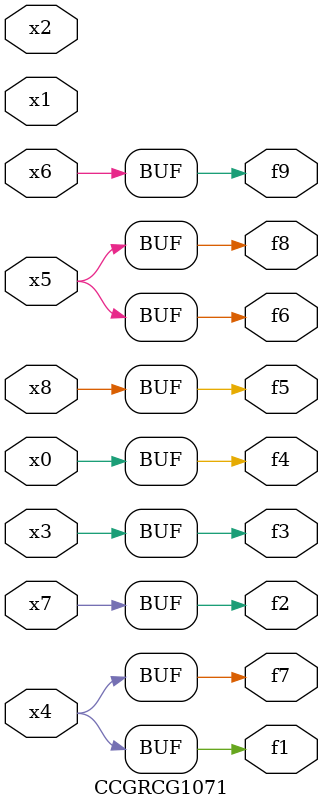
<source format=v>
module CCGRCG1071(
	input x0, x1, x2, x3, x4, x5, x6, x7, x8,
	output f1, f2, f3, f4, f5, f6, f7, f8, f9
);
	assign f1 = x4;
	assign f2 = x7;
	assign f3 = x3;
	assign f4 = x0;
	assign f5 = x8;
	assign f6 = x5;
	assign f7 = x4;
	assign f8 = x5;
	assign f9 = x6;
endmodule

</source>
